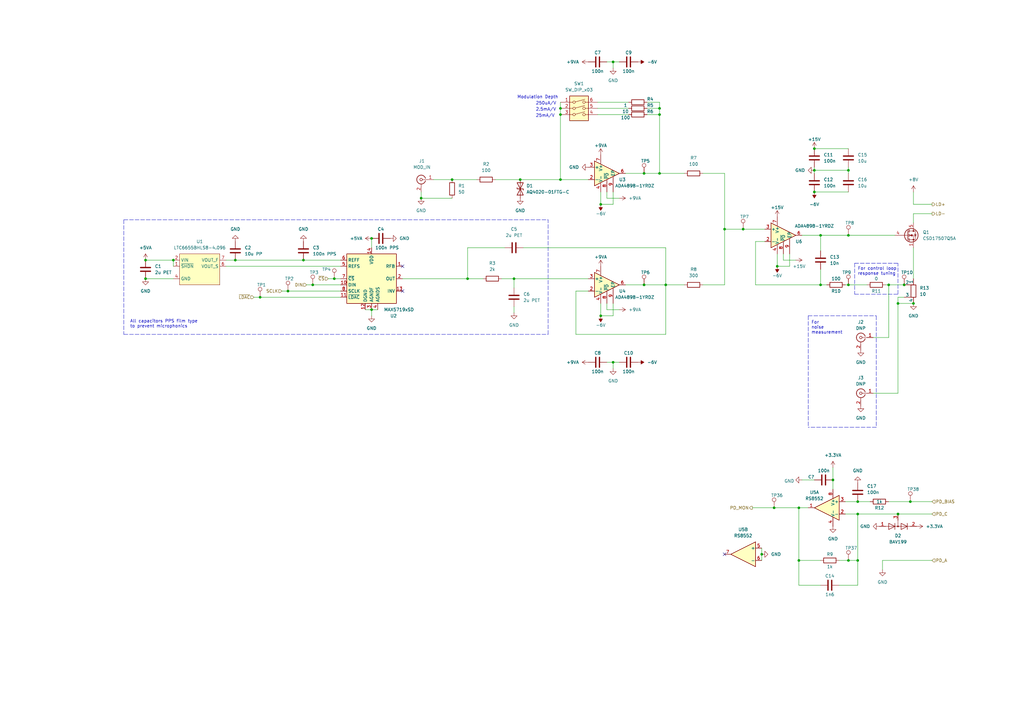
<source format=kicad_sch>
(kicad_sch (version 20211123) (generator eeschema)
  (paper "A3")
  (title_block (title "Kirdy") (date "2022-07-03") (rev "r0.1") (company "M-Labs") (comment 1 "Alex Wong Tat Hang"))
  (lib_symbols
    (symbol "Amplifier_Operational:ADA4898-1YRDZ" (pin_names (offset 0.127))
      (property "Reference" "U" (at 3.81 3.81 0))
      (property "Value" "ADA4898-1YRDZ" (at 11.43 -2.54 0))
      (symbol "ADA4898-1YRDZ_1_1"
        (polyline (pts (xy -5.08 5.08) (xy 5.08 0) (xy -5.08 -5.08) (xy -5.08 5.08)) (stroke (width 0.254)) (fill (type background)))
        (pin input line (at -7.62 -2.54 0) (length 2.54) (name "-") (number "2"))
        (pin input line (at -7.62 2.54 0) (length 2.54) (name "+") (number "3"))
        (pin power_in line (at -2.54 -7.62 90) (length 3.81) (name "V-") (number "4"))
        (pin output line (at 7.62 0 180) (length 2.54) (name "~") (number "6"))
        (pin power_in line (at -2.54 7.62 270) (length 3.81) (name "V+") (number "7"))
        (pin input line (at 0 -7.62 90) (length 5.08) (name "~{PD}") (number "8"))
        (pin passive line (at 2.54 -7.62 90) (length 6.35) (name "EP") (number "9"))
      )
    )
    (symbol "Analog_DAC:MAX5719xSD"
      (property "Reference" "U" (at -10.16 11.43 0))
      (property "Value" "MAX5719xSD" (at 1.27 11.43 0))
      (symbol "MAX5719xSD_0_1"
        (rectangle (start -10.16 10.16) (end 10.16 -10.16) (stroke (width 0.254)) (fill (type background)))
      )
      (symbol "MAX5719xSD_1_1"
        (pin passive line (at 12.7 5.08 180) (length 2.54) (name "RFB") (number "1"))
        (pin input line (at -12.7 -2.54 0) (length 2.54) (name "DIN") (number "10"))
        (pin input line (at -12.7 -7.62 0) (length 2.54) (name "~{LDAC}") (number "11"))
        (pin power_in line (at -2.54 -12.7 90) (length 2.54) (name "DGND") (number "12"))
        (pin passive line (at 12.7 -5.08 180) (length 2.54) (name "INV") (number "13"))
        (pin power_in line (at 0 12.7 270) (length 2.54) (name "VDD") (number "14"))
        (pin output line (at 12.7 0 180) (length 2.54) (name "OUT") (number "2"))
        (pin power_in line (at 0 -12.7 90) (length 2.54) (name "AGNDF") (number "3"))
        (pin power_in line (at 2.54 -12.7 90) (length 2.54) (name "AGNDS") (number "4"))
        (pin input line (at -12.7 5.08 0) (length 2.54) (name "REFS") (number "5"))
        (pin input line (at -12.7 7.62 0) (length 2.54) (name "REFF") (number "6"))
        (pin input line (at -12.7 0 0) (length 2.54) (name "~{CS}") (number "7"))
        (pin input line (at -12.7 -5.08 0) (length 2.54) (name "SCLK") (number "8"))
        (pin no_connect line (at 10.16 -7.62 180) (length 2.54) hide (name "NC") (number "9"))
      )
    )
    (symbol "Connector:Conn_Coaxial" (pin_names (offset 1.016) hide)
      (property "Reference" "J" (at 0.254 3.048 0))
      (property "Value" "Conn_Coaxial" (at 2.921 0 90))
      (symbol "Conn_Coaxial_0_1"
        (arc (start -1.778 -0.508) (mid 0.222 -1.808) (end 1.778 0) (stroke (width 0.254)))
        (polyline (pts (xy -2.54 0) (xy -0.508 0)))
        (polyline (pts (xy 0 -2.54) (xy 0 -1.778)))
        (circle (center 0 0) (radius 0.508) (stroke (width 0.2032)))
        (arc (start 1.778 0) (mid 0.222 1.8083) (end -1.778 0.508) (stroke (width 0.254)))
      )
      (symbol "Conn_Coaxial_1_1"
        (pin passive line (at -5.08 0 0) (length 2.54) (name "In") (number "1"))
        (pin passive line (at 0 -5.08 90) (length 2.54) (name "Ext") (number "2"))
      )
    )
    (symbol "Connector:TestPoint" (pin_numbers hide) (pin_names (offset 0.762) hide)
      (property "Reference" "TP" (at 0 6.858 0))
      (property "Value" "TestPoint" (at 0 5.08 0))
      (symbol "TestPoint_0_1"
        (circle (center 0 3.302) (radius 0.762))
      )
      (symbol "TestPoint_1_1"
        (pin passive line (at 0 0 90) (length 2.54) (name "1") (number "1"))
      )
    )
    (symbol "Device:C" (pin_numbers hide) (pin_names (offset 0.254))
      (property "Reference" "C" (at 0.635 2.54 0))
      (property "Value" "C" (at 0.635 -2.54 0))
      (symbol "C_0_1"
        (polyline (pts (xy -2.032 -0.762) (xy 2.032 -0.762)) (stroke (width 0.508)))
        (polyline (pts (xy -2.032 0.762) (xy 2.032 0.762)) (stroke (width 0.508)))
      )
      (symbol "C_1_1"
        (pin passive line (at 0 3.81 270) (length 2.794) (name "~") (number "1"))
        (pin passive line (at 0 -3.81 90) (length 2.794) (name "~") (number "2"))
      )
    )
    (symbol "Device:D_TVS" (pin_numbers hide) (pin_names (offset 1.016) hide)
      (property "Reference" "D" (at 0 2.54 0))
      (property "Value" "D_TVS" (at 0 -2.54 0))
      (symbol "D_TVS_0_1"
        (polyline (pts (xy 1.27 0) (xy -1.27 0)))
        (polyline (pts (xy 0.508 1.27) (xy 0 1.27) (xy 0 -1.27) (xy -0.508 -1.27)) (stroke (width 0.254)))
        (polyline (pts (xy -2.54 1.27) (xy -2.54 -1.27) (xy 2.54 1.27) (xy 2.54 -1.27) (xy -2.54 1.27)) (stroke (width 0.254)))
      )
      (symbol "D_TVS_1_1"
        (pin passive line (at -3.81 0 0) (length 2.54) (name "A1") (number "1"))
        (pin passive line (at 3.81 0 180) (length 2.54) (name "A2") (number "2"))
      )
    )
    (symbol "Device:R" (pin_numbers hide) (pin_names (offset 0))
      (property "Reference" "R" (at 2.032 0 90))
      (property "Value" "R" (at 0 0 90))
      (symbol "R_0_1"
        (rectangle (start -1.016 -2.54) (end 1.016 2.54) (stroke (width 0.254)))
      )
      (symbol "R_1_1"
        (pin passive line (at 0 3.81 270) (length 1.27) (name "~") (number "1"))
        (pin passive line (at 0 -3.81 90) (length 1.27) (name "~") (number "2"))
      )
    )
    (symbol "Device:R_Shunt" (pin_numbers hide) (pin_names (offset 0))
      (property "Reference" "R" (at -4.445 0 90))
      (property "Value" "R_Shunt" (at -2.54 0 90))
      (symbol "R_Shunt_0_1"
        (rectangle (start -1.016 -2.54) (end 1.016 2.54) (stroke (width 0.254)))
        (polyline (pts (xy 0 -2.54) (xy 1.27 -2.54)))
        (polyline (pts (xy 1.27 2.54) (xy 0 2.54)))
      )
      (symbol "R_Shunt_1_1"
        (pin passive line (at 0 5.08 270) (length 2.54) (name "1") (number "1"))
        (pin passive line (at 3.81 2.54 180) (length 2.54) (name "2") (number "2"))
        (pin passive line (at 3.81 -2.54 180) (length 2.54) (name "3") (number "3"))
        (pin passive line (at 0 -5.08 90) (length 2.54) (name "4") (number "4"))
      )
    )
    (symbol "Diode:BAV99" (pin_names hide)
      (property "Reference" "D" (at 0 5.08 0))
      (property "Value" "BAV99" (at 0 2.54 0))
      (symbol "BAV99_0_1"
        (polyline (pts (xy -5.08 0) (xy 5.08 0)))
      )
      (symbol "BAV99_1_1"
        (polyline (pts (xy 0 0) (xy 0 -2.54)))
        (polyline (pts (xy -1.27 -1.27) (xy -1.27 1.27) (xy -1.27 1.27)) (stroke (width 0.2032)))
        (polyline (pts (xy 3.81 1.27) (xy 3.81 -1.27) (xy 3.81 -1.27)) (stroke (width 0.2032)))
        (polyline (pts (xy -3.81 1.27) (xy -1.27 0) (xy -3.81 -1.27) (xy -3.81 1.27) (xy -3.81 1.27) (xy -3.81 1.27)) (stroke (width 0.2032)))
        (polyline (pts (xy 1.27 1.27) (xy 3.81 0) (xy 1.27 -1.27) (xy 1.27 1.27) (xy 1.27 1.27) (xy 1.27 1.27)) (stroke (width 0.2032)))
        (circle (center 0 0) (radius 0.254) (fill (type outline)))
        (pin passive line (at -7.62 0 0) (length 2.54) (name "K") (number "1"))
        (pin passive line (at 7.62 0 180) (length 2.54) (name "A") (number "2"))
        (pin passive line (at 0 -5.08 90) (length 2.54) (name "K") (number "3"))
      )
    )
    (symbol "Switch:SW_DIP_x03" (pin_names (offset 0) hide)
      (property "Reference" "SW" (at 0 8.89 0))
      (property "Value" "SW_DIP_x03" (at 0 -3.81 0))
      (symbol "SW_DIP_x03_0_0"
        (circle (center -2.032 0) (radius 0.508))
        (circle (center -2.032 2.54) (radius 0.508))
        (circle (center -2.032 5.08) (radius 0.508))
        (polyline (pts (xy -1.524 0.127) (xy 2.3622 1.1684)))
        (polyline (pts (xy -1.524 2.667) (xy 2.3622 3.7084)))
        (polyline (pts (xy -1.524 5.207) (xy 2.3622 6.2484)))
        (circle (center 2.032 0) (radius 0.508))
        (circle (center 2.032 2.54) (radius 0.508))
        (circle (center 2.032 5.08) (radius 0.508))
      )
      (symbol "SW_DIP_x03_0_1"
        (rectangle (start -3.81 7.62) (end 3.81 -2.54) (stroke (width 0.254)) (fill (type background)))
      )
      (symbol "SW_DIP_x03_1_1"
        (pin passive line (at -7.62 5.08 0) (length 5.08) (name "~") (number "1"))
        (pin passive line (at -7.62 2.54 0) (length 5.08) (name "~") (number "2"))
        (pin passive line (at -7.62 0 0) (length 5.08) (name "~") (number "3"))
        (pin passive line (at 7.62 0 180) (length 5.08) (name "~") (number "4"))
        (pin passive line (at 7.62 2.54 180) (length 5.08) (name "~") (number "5"))
        (pin passive line (at 7.62 5.08 180) (length 5.08) (name "~") (number "6"))
      )
    )
    (symbol "Transistor_FET:CSD17507Q5A" (pin_names hide)
      (property "Reference" "Q" (at 5.08 1.905 0))
      (property "Value" "CSD17507Q5A" (at 5.08 0 0))
      (symbol "CSD17507Q5A_0_1"
        (polyline (pts (xy 0.254 0) (xy -2.54 0)))
        (polyline (pts (xy 0.254 1.905) (xy 0.254 -1.905)) (stroke (width 0.254)))
        (polyline (pts (xy 0.762 -1.27) (xy 0.762 -2.286)) (stroke (width 0.254)))
        (polyline (pts (xy 0.762 0.508) (xy 0.762 -0.508)) (stroke (width 0.254)))
        (polyline (pts (xy 0.762 2.286) (xy 0.762 1.27)) (stroke (width 0.254)))
        (polyline (pts (xy 2.54 2.54) (xy 2.54 1.778)))
        (polyline (pts (xy 2.54 -2.54) (xy 2.54 0) (xy 0.762 0)))
        (polyline (pts (xy 0.762 -1.778) (xy 3.302 -1.778) (xy 3.302 1.778) (xy 0.762 1.778)))
        (polyline (pts (xy 1.016 0) (xy 2.032 0.381) (xy 2.032 -0.381) (xy 1.016 0)) (fill (type outline)))
        (polyline (pts (xy 2.794 0.508) (xy 2.921 0.381) (xy 3.683 0.381) (xy 3.81 0.254)))
        (polyline (pts (xy 3.302 0.381) (xy 2.921 -0.254) (xy 3.683 -0.254) (xy 3.302 0.381)))
        (circle (center 1.651 0) (radius 2.794) (stroke (width 0.254)))
        (circle (center 2.54 -1.778) (radius 0.254) (fill (type outline)))
        (circle (center 2.54 1.778) (radius 0.254) (fill (type outline)))
      )
      (symbol "CSD17507Q5A_1_1"
        (pin passive line (at 2.54 -5.08 90) (length 2.54) (name "S") (number "1"))
        (pin passive line (at 2.54 -5.08 90) (length 2.54) hide (name "S") (number "2"))
        (pin passive line (at 2.54 -5.08 90) (length 2.54) hide (name "S") (number "3"))
        (pin passive line (at -5.08 0 0) (length 2.54) (name "G") (number "4"))
        (pin passive line (at 2.54 5.08 270) (length 2.54) (name "D") (number "5"))
      )
    )
    (symbol "kirdy:LTC6655"
      (property "Reference" "U" (at 0 -10.16 0))
      (property "Value" "LTC6655" (at 0 -7.62 0))
      (symbol "LTC6655_0_0"
        (pin input line (at -10.16 2.54 0) (length 2.54) (name "~{SHDN}") (number "1"))
        (pin power_in line (at -10.16 5.08 0) (length 2.54) (name "VIN") (number "2"))
        (pin power_in line (at -10.16 -2.54 0) (length 2.54) hide (name "GND") (number "3"))
        (pin power_in line (at -10.16 -2.54 0) (length 2.54) (name "GND") (number "4"))
        (pin power_in line (at -10.16 -2.54 0) (length 2.54) hide (name "GND") (number "5"))
        (pin passive line (at 11.43 2.54 180) (length 2.54) (name "VOUT_S") (number "6"))
        (pin output line (at 11.43 5.08 180) (length 2.54) (name "VOUT_F") (number "7"))
        (pin power_in line (at -10.16 -2.54 0) (length 2.54) hide (name "GND") (number "8"))
      )
      (symbol "LTC6655_0_1"
        (rectangle (start -7.62 7.62) (end 8.89 -5.08) (fill (type background)))
      )
    )
    (symbol "kirdy:RS8552" (pin_names (offset 0.127))
      (property "Reference" "U" (at 0 5.08 0))
      (property "Value" "RS8552" (at 0 -5.08 0))
      (symbol "RS8552_1_1"
        (polyline (pts (xy -5.08 5.08) (xy 5.08 0) (xy -5.08 -5.08) (xy -5.08 5.08)) (stroke (width 0.254)) (fill (type background)))
        (pin output line (at 7.62 0 180) (length 2.54) (name "~") (number "1"))
        (pin input line (at -7.62 -2.54 0) (length 2.54) (name "-") (number "2"))
        (pin input line (at -7.62 2.54 0) (length 2.54) (name "+") (number "3"))
      )
      (symbol "RS8552_2_1"
        (polyline (pts (xy -5.08 5.08) (xy 5.08 0) (xy -5.08 -5.08) (xy -5.08 5.08)) (stroke (width 0.254)) (fill (type background)))
        (pin input line (at -7.62 2.54 0) (length 2.54) (name "+") (number "5"))
        (pin input line (at -7.62 -2.54 0) (length 2.54) (name "-") (number "6"))
        (pin output line (at 7.62 0 180) (length 2.54) (name "~") (number "7"))
      )
      (symbol "RS8552_3_1"
        (pin power_in line (at -2.54 -7.62 90) (length 3.81) (name "V-") (number "4"))
        (pin power_in line (at -2.54 7.62 270) (length 3.81) (name "V+") (number "8"))
      )
    )
    (symbol "power:+15V" (power) (pin_names (offset 0))
      (property "Value" "+15V" (at 0 3.556 0))
      (symbol "+15V_0_1"
        (polyline (pts (xy -0.762 1.27) (xy 0 2.54)))
        (polyline (pts (xy 0 0) (xy 0 2.54)))
        (polyline (pts (xy 0 2.54) (xy 0.762 1.27)))
      )
      (symbol "+15V_1_1"
        (pin power_in line (at 0 0 90) (length 0) hide (name "+15V") (number "1"))
      )
    )
    (symbol "power:+3.3VA" (power) (pin_names (offset 0))
      (property "Value" "+3.3VA" (at 0 3.556 0))
      (symbol "+3.3VA_0_1"
        (polyline (pts (xy -0.762 1.27) (xy 0 2.54)))
        (polyline (pts (xy 0 0) (xy 0 2.54)))
        (polyline (pts (xy 0 2.54) (xy 0.762 1.27)))
      )
      (symbol "+3.3VA_1_1"
        (pin power_in line (at 0 0 90) (length 0) hide (name "+3.3VA") (number "1"))
      )
    )
    (symbol "power:+5VA" (power) (pin_names (offset 0))
      (property "Value" "+5VA" (at 0 3.556 0))
      (symbol "+5VA_0_1"
        (polyline (pts (xy -0.762 1.27) (xy 0 2.54)))
        (polyline (pts (xy 0 0) (xy 0 2.54)))
        (polyline (pts (xy 0 2.54) (xy 0.762 1.27)))
      )
      (symbol "+5VA_1_1"
        (pin power_in line (at 0 0 90) (length 0) hide (name "+5VA") (number "1"))
      )
    )
    (symbol "power:+8V" (power) (pin_names (offset 0))
      (property "Value" "+8V" (at 0 3.556 0))
      (symbol "+8V_0_1"
        (polyline (pts (xy -0.762 1.27) (xy 0 2.54)))
        (polyline (pts (xy 0 0) (xy 0 2.54)))
        (polyline (pts (xy 0 2.54) (xy 0.762 1.27)))
      )
      (symbol "+8V_1_1"
        (pin power_in line (at 0 0 90) (length 0) hide (name "+8V") (number "1"))
      )
    )
    (symbol "power:+9VA" (power) (pin_names (offset 0))
      (property "Value" "+9VA" (at 0 3.81 0))
      (symbol "+9VA_0_1"
        (polyline (pts (xy -0.762 1.27) (xy 0 2.54)))
        (polyline (pts (xy 0 0) (xy 0 2.54)))
        (polyline (pts (xy 0 2.54) (xy 0.762 1.27)))
      )
      (symbol "+9VA_1_1"
        (pin power_in line (at 0 0 90) (length 0) hide (name "+9VA") (number "1"))
      )
    )
    (symbol "power:-6V" (power) (pin_names (offset 0))
      (property "Value" "-6V" (at 0 3.81 0))
      (symbol "-6V_0_0"
        (pin power_in line (at 0 0 90) (length 0) hide (name "-6V") (number "1"))
      )
      (symbol "-6V_0_1"
        (polyline (pts (xy 0 0) (xy 0 1.27) (xy 0.762 1.27) (xy 0 2.54) (xy -0.762 1.27) (xy 0 1.27)) (fill (type outline)))
      )
    )
    (symbol "power:GND" (power) (pin_names (offset 0))
      (property "Value" "GND" (at 0 -3.81 0))
      (symbol "GND_0_1"
        (polyline (pts (xy 0 0) (xy 0 -1.27) (xy 1.27 -1.27) (xy 0 -2.54) (xy -1.27 -1.27) (xy 0 -1.27)))
      )
      (symbol "GND_1_1"
        (pin power_in line (at 0 0 270) (length 0) hide (name "GND") (number "1"))
      )
    )
  )
  (junction (at 229.87 46.99))
  (junction (at 270.51 71.12))
  (junction (at 318.77 109.22))
  (junction (at 229.87 44.45))
  (junction (at 370.84 116.84))
  (junction (at 334.01 69.85))
  (junction (at 347.98 229.87))
  (junction (at 351.79 205.74))
  (junction (at 152.4 97.79))
  (junction (at 347.98 96.52))
  (junction (at 336.55 96.52))
  (junction (at 347.98 116.84))
  (junction (at 251.46 25.4))
  (junction (at 213.36 73.66))
  (junction (at 351.79 229.87))
  (junction (at 364.49 116.84))
  (junction (at 251.46 148.59))
  (junction (at 334.01 60.96))
  (junction (at 185.42 73.66))
  (junction (at 246.38 129.54))
  (junction (at 128.27 116.84))
  (junction (at 273.05 116.84))
  (junction (at 246.38 83.82))
  (junction (at 264.16 116.84))
  (junction (at 336.55 116.84))
  (junction (at 191.77 114.3))
  (junction (at 373.38 205.74))
  (junction (at 327.66 208.28))
  (junction (at 312.42 227.33))
  (junction (at 351.79 210.82))
  (junction (at 210.82 114.3))
  (junction (at 96.52 106.68))
  (junction (at 347.98 69.85))
  (junction (at 317.5 208.28))
  (junction (at 71.12 106.68))
  (junction (at 374.65 124.46))
  (junction (at 334.01 78.74))
  (junction (at 304.8 93.98))
  (junction (at 270.51 46.99))
  (junction (at 124.46 106.68))
  (junction (at 368.3 210.82))
  (junction (at 59.69 114.3))
  (junction (at 327.66 229.87))
  (junction (at 118.11 119.38))
  (junction (at 368.3 124.46))
  (junction (at 341.63 196.85))
  (junction (at 106.68 121.92))
  (junction (at 152.4 127))
  (junction (at 137.1211 114.3))
  (junction (at 264.16 71.12))
  (junction (at 270.51 44.45))
  (junction (at 172.72 81.28))
  (junction (at 59.69 106.68))
  (junction (at 229.87 73.66))
  (junction (at 297.18 93.98))
  (no_connect (at 165.1 119.38))
  (no_connect (at 297.18 227.33))
  (no_connect (at 165.1 109.22))
  (wire (pts (xy 210.82 125.73) (xy 210.82 128.27)))
  (wire (pts (xy 137.1211 114.3) (xy 139.7 114.3)))
  (polyline (pts (xy 331.47 129.54) (xy 331.47 175.26)))
  (wire (pts (xy 308.61 208.28) (xy 317.5 208.28)))
  (wire (pts (xy 71.12 106.68) (xy 71.12 109.22)))
  (wire (pts (xy 172.72 81.28) (xy 185.42 81.28)))
  (wire (pts (xy 273.05 116.84) (xy 280.67 116.84)))
  (wire (pts (xy 368.3 210.82) (xy 382.27 210.82)))
  (wire (pts (xy 364.49 116.84) (xy 370.84 116.84)))
  (wire (pts (xy 336.55 96.52) (xy 347.98 96.52)))
  (wire (pts (xy 347.98 229.87) (xy 351.79 229.87)))
  (wire (pts (xy 351.79 229.87) (xy 351.79 210.82)))
  (wire (pts (xy 334.01 69.85) (xy 334.01 71.12)))
  (wire (pts (xy 374.65 91.44) (xy 374.65 87.63)))
  (wire (pts (xy 214.63 101.6) (xy 273.05 101.6)))
  (wire (pts (xy 172.72 81.28) (xy 172.72 78.74)))
  (wire (pts (xy 336.55 96.52) (xy 336.55 102.87)))
  (wire (pts (xy 328.93 96.52) (xy 336.55 96.52)))
  (wire (pts (xy 248.92 127) (xy 254 127)))
  (wire (pts (xy 213.36 73.66) (xy 229.87 73.66)))
  (wire (pts (xy 288.29 116.84) (xy 297.18 116.84)))
  (wire (pts (xy 185.42 73.66) (xy 195.58 73.66)))
  (wire (pts (xy 347.98 116.84) (xy 355.6 116.84)))
  (wire (pts (xy 177.8 73.66) (xy 185.42 73.66)))
  (polyline (pts (xy 350.52 120.65) (xy 368.3 120.65)))
  (wire (pts (xy 115.57 119.38) (xy 118.11 119.38)))
  (wire (pts (xy 118.11 119.38) (xy 139.7 119.38)))
  (wire (pts (xy 270.51 41.91) (xy 270.51 44.45)))
  (wire (pts (xy 270.51 46.99) (xy 270.51 71.12)))
  (wire (pts (xy 203.2 73.66) (xy 213.36 73.66)))
  (wire (pts (xy 358.14 138.43) (xy 364.49 138.43)))
  (wire (pts (xy 361.95 229.87) (xy 382.27 229.87)))
  (wire (pts (xy 368.3 161.29) (xy 358.14 161.29)))
  (wire (pts (xy 321.31 106.68) (xy 326.39 106.68)))
  (polyline (pts (xy 350.52 107.95) (xy 368.3 107.95)))
  (wire (pts (xy 368.3 121.92) (xy 368.3 124.46)))
  (wire (pts (xy 327.66 229.87) (xy 327.66 208.28)))
  (wire (pts (xy 96.52 106.68) (xy 124.46 106.68)))
  (wire (pts (xy 125.73 116.84) (xy 128.27 116.84)))
  (wire (pts (xy 270.51 71.12) (xy 280.67 71.12)))
  (wire (pts (xy 251.46 25.4) (xy 251.46 27.94)))
  (wire (pts (xy 265.43 46.99) (xy 270.51 46.99)))
  (polyline (pts (xy 331.47 129.54) (xy 359.41 129.54)))
  (wire (pts (xy 134.62 114.3) (xy 137.1211 114.3)))
  (wire (pts (xy 210.82 114.3) (xy 241.3 114.3)))
  (wire (pts (xy 256.54 116.84) (xy 264.16 116.84)))
  (wire (pts (xy 368.3 124.46) (xy 368.3 161.29)))
  (wire (pts (xy 205.74 114.3) (xy 210.82 114.3)))
  (wire (pts (xy 245.11 46.99) (xy 257.81 46.99)))
  (wire (pts (xy 273.05 137.16) (xy 273.05 116.84)))
  (wire (pts (xy 336.55 240.03) (xy 327.66 240.03)))
  (wire (pts (xy 374.65 87.63) (xy 382.27 87.63)))
  (wire (pts (xy 92.71 109.22) (xy 139.7 109.22)))
  (wire (pts (xy 347.98 69.85) (xy 334.01 69.85)))
  (wire (pts (xy 251.46 25.4) (xy 254 25.4)))
  (wire (pts (xy 236.22 119.38) (xy 236.22 137.16)))
  (wire (pts (xy 251.46 83.82) (xy 251.46 78.74)))
  (wire (pts (xy 246.38 78.74) (xy 246.38 83.82)))
  (wire (pts (xy 251.46 129.54) (xy 251.46 124.46)))
  (wire (pts (xy 191.77 101.6) (xy 191.77 114.3)))
  (wire (pts (xy 106.68 121.92) (xy 139.7 121.92)))
  (wire (pts (xy 373.38 205.74) (xy 382.27 205.74)))
  (wire (pts (xy 207.01 101.6) (xy 191.77 101.6)))
  (polyline (pts (xy 50.8 90.17) (xy 224.79 90.17)))
  (wire (pts (xy 264.16 71.12) (xy 270.51 71.12)))
  (wire (pts (xy 265.43 41.91) (xy 270.51 41.91)))
  (wire (pts (xy 361.95 233.68) (xy 361.95 229.87)))
  (wire (pts (xy 251.46 148.59) (xy 254 148.59)))
  (wire (pts (xy 297.18 93.98) (xy 304.8 93.98)))
  (wire (pts (xy 248.92 78.74) (xy 248.92 81.28)))
  (wire (pts (xy 246.38 83.82) (xy 251.46 83.82)))
  (wire (pts (xy 248.92 148.59) (xy 251.46 148.59)))
  (wire (pts (xy 297.18 71.12) (xy 297.18 93.98)))
  (wire (pts (xy 318.77 109.22) (xy 323.85 109.22)))
  (wire (pts (xy 248.92 25.4) (xy 251.46 25.4)))
  (polyline (pts (xy 368.3 120.65) (xy 368.3 107.95)))
  (wire (pts (xy 368.3 121.92) (xy 370.84 121.92)))
  (wire (pts (xy 317.5 208.28) (xy 327.66 208.28)))
  (wire (pts (xy 344.17 229.87) (xy 347.98 229.87)))
  (wire (pts (xy 92.71 106.68) (xy 96.52 106.68)))
  (wire (pts (xy 364.49 138.43) (xy 364.49 116.84)))
  (wire (pts (xy 236.22 137.16) (xy 273.05 137.16)))
  (wire (pts (xy 346.71 116.84) (xy 347.98 116.84)))
  (wire (pts (xy 248.92 124.46) (xy 248.92 127)))
  (wire (pts (xy 165.1 114.3) (xy 191.77 114.3)))
  (wire (pts (xy 124.46 106.68) (xy 139.7 106.68)))
  (wire (pts (xy 364.49 205.74) (xy 373.38 205.74)))
  (wire (pts (xy 363.22 116.84) (xy 364.49 116.84)))
  (wire (pts (xy 256.54 71.12) (xy 264.16 71.12)))
  (wire (pts (xy 288.29 71.12) (xy 297.18 71.12)))
  (wire (pts (xy 265.43 44.45) (xy 270.51 44.45)))
  (wire (pts (xy 59.69 106.68) (xy 71.12 106.68)))
  (wire (pts (xy 341.63 191.77) (xy 341.63 196.85)))
  (wire (pts (xy 59.69 114.3) (xy 71.12 114.3)))
  (wire (pts (xy 346.71 205.74) (xy 351.79 205.74)))
  (wire (pts (xy 229.87 41.91) (xy 229.87 44.45)))
  (wire (pts (xy 246.38 129.54) (xy 251.46 129.54)))
  (wire (pts (xy 318.77 104.14) (xy 318.77 109.22)))
  (wire (pts (xy 347.98 96.52) (xy 367.03 96.52)))
  (wire (pts (xy 264.16 116.84) (xy 273.05 116.84)))
  (polyline (pts (xy 359.41 175.26) (xy 331.47 175.26)))
  (polyline (pts (xy 50.8 90.17) (xy 50.8 137.16)))
  (wire (pts (xy 309.88 116.84) (xy 309.88 99.06)))
  (wire (pts (xy 327.66 240.03) (xy 327.66 229.87)))
  (wire (pts (xy 152.4 97.79) (xy 152.4 101.6)))
  (wire (pts (xy 321.31 104.14) (xy 321.31 106.68)))
  (wire (pts (xy 327.66 229.87) (xy 336.55 229.87)))
  (polyline (pts (xy 350.52 107.95) (xy 350.52 120.65)))
  (wire (pts (xy 351.79 205.74) (xy 356.87 205.74)))
  (wire (pts (xy 312.42 224.79) (xy 312.42 227.33)))
  (wire (pts (xy 374.65 83.82) (xy 382.27 83.82)))
  (wire (pts (xy 336.55 116.84) (xy 309.88 116.84)))
  (wire (pts (xy 297.18 116.84) (xy 297.18 93.98)))
  (polyline (pts (xy 359.41 129.54) (xy 359.41 175.26)))
  (wire (pts (xy 229.87 44.45) (xy 229.87 46.99)))
  (wire (pts (xy 149.86 127) (xy 152.4 127)))
  (wire (pts (xy 312.42 227.33) (xy 312.42 229.87)))
  (wire (pts (xy 104.14 121.92) (xy 106.68 121.92)))
  (wire (pts (xy 304.8 93.98) (xy 313.69 93.98)))
  (wire (pts (xy 191.77 114.3) (xy 198.12 114.3)))
  (wire (pts (xy 248.92 81.28) (xy 254 81.28)))
  (polyline (pts (xy 50.8 137.16) (xy 224.79 137.16)))
  (wire (pts (xy 328.93 196.85) (xy 334.01 196.85)))
  (wire (pts (xy 344.17 240.03) (xy 351.79 240.03)))
  (wire (pts (xy 246.38 124.46) (xy 246.38 129.54)))
  (wire (pts (xy 341.63 196.85) (xy 341.63 200.66)))
  (wire (pts (xy 346.71 210.82) (xy 351.79 210.82)))
  (wire (pts (xy 351.79 240.03) (xy 351.79 229.87)))
  (wire (pts (xy 229.87 46.99) (xy 229.87 73.66)))
  (wire (pts (xy 245.11 44.45) (xy 257.81 44.45)))
  (wire (pts (xy 327.66 208.28) (xy 331.47 208.28)))
  (wire (pts (xy 347.98 68.58) (xy 347.98 69.85)))
  (wire (pts (xy 374.65 78.74) (xy 374.65 83.82)))
  (wire (pts (xy 128.27 116.84) (xy 139.7 116.84)))
  (wire (pts (xy 152.4 127) (xy 152.4 129.54)))
  (wire (pts (xy 273.05 101.6) (xy 273.05 116.84)))
  (wire (pts (xy 347.98 69.85) (xy 347.98 71.12)))
  (wire (pts (xy 210.82 114.3) (xy 210.82 118.11)))
  (wire (pts (xy 368.3 124.46) (xy 374.65 124.46)))
  (wire (pts (xy 241.3 119.38) (xy 236.22 119.38)))
  (wire (pts (xy 334.01 68.58) (xy 334.01 69.85)))
  (wire (pts (xy 334.01 60.96) (xy 347.98 60.96)))
  (wire (pts (xy 351.79 210.82) (xy 368.3 210.82)))
  (wire (pts (xy 336.55 116.84) (xy 339.09 116.84)))
  (wire (pts (xy 334.01 78.74) (xy 347.98 78.74)))
  (wire (pts (xy 374.65 101.6) (xy 374.65 114.3)))
  (wire (pts (xy 323.85 109.22) (xy 323.85 104.14)))
  (wire (pts (xy 229.87 73.66) (xy 241.3 73.66)))
  (wire (pts (xy 336.55 110.49) (xy 336.55 116.84)))
  (wire (pts (xy 251.46 148.59) (xy 251.46 151.13)))
  (polyline (pts (xy 224.79 137.16) (xy 224.79 90.17)))
  (wire (pts (xy 245.11 41.91) (xy 257.81 41.91)))
  (wire (pts (xy 270.51 44.45) (xy 270.51 46.99)))
  (wire (pts (xy 152.4 127) (xy 154.94 127)))
  (wire (pts (xy 309.88 99.06) (xy 313.69 99.06)))
  (text "250uA/V" (at 219.71 43.18 0) (effects (font (size 1.27 1.27)) (justify left bottom)))
  (text "All capacitors PPS film type\nto prevent microphonics " (at 53.34 134.62 0) (effects (font (size 1.27 1.27)) (justify left bottom)))
  (text "For\nnoise\nmeasurement" (at 332.74 137.16 0) (effects (font (size 1.27 1.27)) (justify left bottom)))
  (text "2.5mA/V" (at 219.71 45.72 0) (effects (font (size 1.27 1.27)) (justify left bottom)))
  (text "For control loop\nresponse tuning" (at 351.79 113.03 0) (effects (font (size 1.27 1.27)) (justify left bottom)))
  (text "25mA/V" (at 219.71 48.26 0) (effects (font (size 1.27 1.27)) (justify left bottom)))
  (text "Modulation Depth" (at 212.09 40.64 0) (effects (font (size 1.27 1.27)) (justify left bottom)))
  (hierarchical_label "~{LDAC}" (shape input) (at 104.14 121.92 180))
  (hierarchical_label "PD_BIAS" (shape input) (at 382.27 205.74 0))
  (hierarchical_label "LD+" (shape output) (at 382.27 83.82 0))
  (hierarchical_label "SCLK" (shape input) (at 115.57 119.38 180))
  (hierarchical_label "PD_MON" (shape output) (at 308.61 208.28 180))
  (hierarchical_label "PD_C" (shape input) (at 382.27 210.82 0))
  (hierarchical_label "PD_A" (shape input) (at 382.27 229.87 0))
  (hierarchical_label "DIN" (shape input) (at 125.73 116.84 180))
  (hierarchical_label "LD-" (shape output) (at 382.27 87.63 0))
  (hierarchical_label "~{CS}" (shape input) (at 134.62 114.3 180))
  (symbol (lib_id "Connector:TestPoint") (at 370.84 116.84 0) (unit 1)
    (property "Reference" "TP10" (at 369.57 111.76 0) (effects (justify left)))
    (property "Value" "TestPoint" (effects hide))
    (property "Footprint" "TestPoint:TestPoint_Pad_2.0x2.0mm" (effects hide))
  )
  (symbol (lib_id "Device:R") (at 261.62 46.99 90) (unit 1)
    (property "Reference" "R6" (at 266.7 45.72 90))
    (property "Value" "100" (at 256.54 48.26 90))
    (property "Footprint" "Resistor_SMD:R_0603_1608Metric" (effects hide))
    (property "MFR_PN" "WR06X1000FTL" (effects hide))
    (property "MFR_PN_ALT" "RMCF0603FT100R" (effects hide))
  )
  (symbol (lib_id "Device:C") (at 351.79 201.93 0) (unit 1)
    (property "Reference" "C17" (at 355.6 199.39 0) (effects (justify left)))
    (property "Value" "100n" (at 355.6 201.93 0) (effects (justify left)))
    (property "Footprint" "Capacitor_SMD:C_0603_1608Metric" (effects hide))
    (property "MFR_PN" "CL10B104KB8NNWC" (effects hide))
    (property "MFR_PN_ALT" "CL10B104KB8NNNL" (effects hide))
  )
  (symbol (lib_id "Diode:BAV99") (at 368.3 215.9 0) (mirror x) (unit 1)
    (property "Reference" "D2" (at 368.3 219.71 0))
    (property "Value" "BAV199" (at 368.3 222.25 0))
    (property "Footprint" "Package_TO_SOT_SMD:SOT-23" (effects hide))
    (property "Datasheet" "https://assets.nexperia.com/documents/data-sheet/BAV99_SER.pdf" (effects hide))
    (property "MFR_PN" "BAV199W-7" (effects hide))
    (property "MFR_PN_ALT" "BAV199E6327HTSA1" (effects hide))
  )
  (symbol (lib_id "Connector:TestPoint") (at 137.1211 114.3 0) (unit 1)
    (property "Reference" "TP4" (at 132.08 110.49 0) (effects (justify left)))
    (property "Value" "TestPoint" (effects hide))
    (property "Footprint" "TestPoint:TestPoint_Pad_2.0x2.0mm" (effects hide))
  )
  (symbol (lib_id "power:GND") (at 328.93 196.85 270) (unit 1)
    (property "Reference" "#PWR?" (effects hide))
    (property "Value" "GND" (at 325.7551 197.2838 90) (effects (justify right)))
  )
  (symbol (lib_id "power:GND") (at 360.68 215.9 270) (unit 1)
    (property "Reference" "#PWR036" (effects hide))
    (property "Value" "GND" (at 356.87 215.8999 90) (effects (justify right)))
  )
  (symbol (lib_id "Connector:Conn_Coaxial") (at 353.06 161.29 0) (mirror y) (unit 1)
    (property "Reference" "J3" (at 353.06 154.94 0))
    (property "Value" "DNP" (at 353.06 157.48 0))
    (property "Footprint" "Connector_Coaxial:U.FL_Hirose_U.FL-R-SMT-1_Vertical" (effects hide))
    (property "Datasheet" " ~" (effects hide))
    (property "MFR_PN" "U.FL-R-SMT-1(01)" (effects hide))
    (property "MFR_PN_ALT" "U.FL-R-SMT(10)" (effects hide))
  )
  (symbol (lib_id "power:-6V") (at 261.62 25.4 270) (unit 1)
    (property "Reference" "#PWR022" (effects hide))
    (property "Value" "-6V" (at 265.43 25.3999 90) (effects (justify left)))
  )
  (symbol (lib_id "Device:C") (at 210.82 101.6 90) (unit 1)
    (property "Reference" "C5" (at 210.82 93.98 90))
    (property "Value" "2u PET" (at 210.82 96.52 90))
    (property "Footprint" "Capacitor_SMD:C_1812_4532Metric" (effects hide))
    (property "MFR_PN" "35MU225MC14532" (effects hide))
  )
  (symbol (lib_id "power:+15V") (at 334.01 60.96 0) (unit 1)
    (property "Reference" "#PWR028" (effects hide))
    (property "Value" "+15V" (at 334.01 57.15 0))
  )
  (symbol (lib_id "Device:R") (at 359.41 116.84 90) (unit 1)
    (property "Reference" "R11" (at 359.41 119.38 90))
    (property "Value" "0" (at 359.41 114.3 90))
    (property "Footprint" "Resistor_SMD:R_0603_1608Metric" (effects hide))
    (property "MFR_PN" "RMCF0603ZT0R00" (effects hide))
    (property "MFR_PN_ALT" "CR0603-J/-000ELF" (effects hide))
  )
  (symbol (lib_id "power:-6V") (at 261.62 148.59 270) (unit 1)
    (property "Reference" "#PWR023" (effects hide))
    (property "Value" "-6V" (at 265.43 148.5899 90) (effects (justify left)))
  )
  (symbol (lib_id "Device:C") (at 257.81 25.4 90) (unit 1)
    (property "Reference" "C9" (at 257.81 21.59 90))
    (property "Value" "100n" (at 257.81 29.21 90))
    (property "Footprint" "Capacitor_SMD:C_0603_1608Metric" (effects hide))
    (property "MFR_PN" "CL10B104KB8NNWC" (effects hide))
    (property "MFR_PN_ALT" "CL10B104KB8NNNL" (effects hide))
  )
  (symbol (lib_id "Connector:TestPoint") (at 304.8 93.98 0) (unit 1)
    (property "Reference" "TP7" (at 303.53 88.9 0) (effects (justify left)))
    (property "Value" "TestPoint" (effects hide))
    (property "Footprint" "TestPoint:TestPoint_Pad_2.0x2.0mm" (effects hide))
  )
  (symbol (lib_id "power:GND") (at 351.79 198.12 180) (unit 1)
    (property "Reference" "#PWR033" (effects hide))
    (property "Value" "GND" (at 351.79 193.04 0))
  )
  (symbol (lib_id "Connector:TestPoint") (at 106.68 121.92 0) (unit 1)
    (property "Reference" "TP1" (at 105.41 116.84 0) (effects (justify left)))
    (property "Value" "TestPoint" (effects hide))
    (property "Footprint" "TestPoint:TestPoint_Pad_2.0x2.0mm" (effects hide))
  )
  (symbol (lib_id "power:+5VA") (at 59.69 106.68 0) (unit 1)
    (property "Reference" "#PWR01" (effects hide))
    (property "Value" "+5VA" (at 59.69 101.6 0))
  )
  (symbol (lib_id "Device:C") (at 347.98 74.93 0) (unit 1)
    (property "Reference" "C16" (at 351.79 73.6599 0) (effects (justify left)))
    (property "Value" "10u" (at 351.79 76.1999 0) (effects (justify left)))
    (property "Footprint" "Capacitor_SMD:C_0805_2012Metric" (effects hide))
    (property "MFR_PN" "CL21B106KOQNNNG" (effects hide))
    (property "MFR_PN_ALT" "CL21B106KOQNNNE" (effects hide))
  )
  (symbol (lib_id "Device:C") (at 96.52 102.87 0) (unit 1)
    (property "Reference" "C2" (at 100.33 101.5999 0) (effects (justify left)))
    (property "Value" "10u PP" (at 100.33 104.1399 0) (effects (justify left)))
    (property "Footprint" "Capacitor_SMD:C_1812_4532Metric" (effects hide))
    (property "MFR_PN" "16MU106MC44532" (effects hide))
  )
  (symbol (lib_id "Connector:TestPoint") (at 347.98 116.84 0) (unit 1)
    (property "Reference" "TP9" (at 345.44 111.76 0) (effects (justify left)))
    (property "Value" "TestPoint" (effects hide))
    (property "Footprint" "TestPoint:TestPoint_Pad_2.0x2.0mm" (effects hide))
  )
  (symbol (lib_id "Device:R") (at 342.9 116.84 90) (unit 1)
    (property "Reference" "R10" (at 342.9 119.38 90))
    (property "Value" "100" (at 342.9 114.3 90))
    (property "Footprint" "Resistor_SMD:R_0603_1608Metric" (effects hide))
    (property "MFR_PN" "WR06X1000FTL" (effects hide))
    (property "MFR_PN_ALT" "RMCF0603FT100R" (effects hide))
  )
  (symbol (lib_id "power:GND") (at 152.4 129.54 0) (unit 1)
    (property "Reference" "#PWR06" (effects hide))
    (property "Value" "GND" (at 152.4 134.62 0))
  )
  (symbol (lib_id "Amplifier_Operational:ADA4898-1YRDZ") (at 321.31 96.52 0) (unit 1)
    (property "Reference" "U6" (at 327.66 99.06 0))
    (property "Value" "ADA4898-1YRDZ" (at 334.01 92.71 0))
    (property "Footprint" "Package_SO:SOIC-8-1EP_3.9x4.9mm_P1.27mm_EP2.29x3mm" (effects hide))
    (property "Datasheet" "https://www.analog.com/media/en/technical-documentation/data-sheets/ada4898-1_4898-2.pdf" (effects hide))
    (property "MFR_PN" "ADA4898-1YRDZ" (effects hide))
  )
  (symbol (lib_id "Device:C") (at 336.55 106.68 0) (unit 1)
    (property "Reference" "C13" (at 340.36 105.4099 0) (effects (justify left)))
    (property "Value" "10n" (at 340.36 107.9499 0) (effects (justify left)))
    (property "Footprint" "Capacitor_SMD:C_0603_1608Metric" (effects hide))
    (property "MFR_PN" "0603B103K500CT" (effects hide))
    (property "MFR_PN_ALT" "CL10B103KB8NNNC" (effects hide))
  )
  (symbol (lib_id "Connector:TestPoint") (at 373.38 205.74 0) (unit 1)
    (property "Reference" "TP38" (at 372.11 200.66 0) (effects (justify left)))
    (property "Value" "TestPoint" (effects hide))
    (property "Footprint" "TestPoint:TestPoint_Pad_2.0x2.0mm" (effects hide))
  )
  (symbol (lib_id "Device:R") (at 284.48 116.84 90) (unit 1)
    (property "Reference" "R8" (at 284.48 110.49 90))
    (property "Value" "300" (at 284.48 113.03 90))
    (property "Footprint" "Resistor_SMD:R_0603_1608Metric" (effects hide))
    (property "MFR_PN" "RT0603FRE07300RL" (effects hide))
    (property "MFR_PN_ALT" "RC0603FR-10300RL" (effects hide))
  )
  (symbol (lib_id "power:GND") (at 160.02 97.79 90) (unit 1)
    (property "Reference" "#PWR07" (effects hide))
    (property "Value" "GND" (at 163.83 97.7899 90) (effects (justify right)))
  )
  (symbol (lib_id "power:GND") (at 59.69 114.3 0) (unit 1)
    (property "Reference" "#PWR02" (effects hide))
    (property "Value" "GND" (at 59.69 119.38 0))
  )
  (symbol (lib_id "kirdy:RS8552") (at 304.8 227.33 0) (mirror y) (unit 2)
    (property "Reference" "U5" (at 304.8 217.17 0))
    (property "Value" "RS8552" (at 304.8 219.71 0))
    (property "Footprint" "Package_SO:SOIC-8_3.9x4.9mm_P1.27mm" (effects hide))
    (property "Datasheet" "https://datasheet.lcsc.com/lcsc/2010160333_Jiangsu-RUNIC-Tech-RS8554XP_C236997.pdf" (effects hide))
    (property "MFR_PN" "RS8552XK" (effects hide))
  )
  (symbol (lib_id "kirdy:RS8552") (at 339.09 208.28 0) (mirror y) (unit 1)
    (property "Reference" "U5" (at 334.01 201.93 0))
    (property "Value" "RS8552" (at 334.01 204.47 0))
    (property "Footprint" "Package_SO:SOIC-8_3.9x4.9mm_P1.27mm" (effects hide))
    (property "Datasheet" "https://datasheet.lcsc.com/lcsc/2010160333_Jiangsu-RUNIC-Tech-RS8554XP_C236997.pdf" (effects hide))
    (property "MFR_PN" "RS8552XK" (effects hide))
  )
  (symbol (lib_id "Connector:TestPoint") (at 347.98 229.87 0) (unit 1)
    (property "Reference" "TP37" (at 346.71 224.79 0) (effects (justify left)))
    (property "Value" "TestPoint" (effects hide))
    (property "Footprint" "TestPoint:TestPoint_Pad_2.0x2.0mm" (effects hide))
  )
  (symbol (lib_id "power:GND") (at 96.52 99.06 180) (unit 1)
    (property "Reference" "#PWR03" (effects hide))
    (property "Value" "GND" (at 96.52 93.98 0))
  )
  (symbol (lib_id "Device:C") (at 340.36 240.03 90) (unit 1)
    (property "Reference" "C14" (at 340.36 236.22 90))
    (property "Value" "1n6" (at 340.36 243.84 90))
    (property "Footprint" "Capacitor_SMD:C_0603_1608Metric" (effects hide))
    (property "MFR_PN" "GCM1885C1H162FA16D" (effects hide))
    (property "MFR_PN_ALT" "C0603C162J5GAC7867" (effects hide))
  )
  (symbol (lib_id "Device:R") (at 360.68 205.74 90) (unit 1)
    (property "Reference" "R12" (at 360.68 208.28 90))
    (property "Value" "1k" (at 360.68 205.74 90))
    (property "Footprint" "Resistor_SMD:R_0603_1608Metric" (effects hide))
    (property "MFR_PN" "RNCP0603FTD1K00" (effects hide))
    (property "MFR_PN_ALT" "WR06X1001FTL" (effects hide))
  )
  (symbol (lib_id "Switch:SW_DIP_x03") (at 237.49 46.99 0) (unit 1)
    (property "Reference" "SW1" (at 237.49 34.29 0))
    (property "Value" "SW_DIP_x03" (at 237.49 36.83 0))
    (property "Footprint" "Button_Switch_SMD:SW_DIP_SPSTx03_Slide_Omron_A6S-310x_W8.9mm_P2.54mm" (effects hide))
    (property "MFR_PN" "A6SN-3104" (effects hide))
    (property "MFR_PN_ALT" "A6S-3102" (effects hide))
  )
  (symbol (lib_id "Amplifier_Operational:ADA4898-1YRDZ") (at 248.92 116.84 0) (unit 1)
    (property "Reference" "U4" (at 255.27 119.38 0))
    (property "Value" "ADA4898-1YRDZ" (at 260.35 121.92 0))
    (property "Footprint" "Package_SO:SOIC-8-1EP_3.9x4.9mm_P1.27mm_EP2.29x3mm" (effects hide))
    (property "Datasheet" "https://www.analog.com/media/en/technical-documentation/data-sheets/ada4898-1_4898-2.pdf" (effects hide))
    (property "MFR_PN" "ADA4898-1YRDZ" (effects hide))
  )
  (symbol (lib_id "power:GND") (at 341.63 215.9 0) (unit 1)
    (property "Reference" "#PWR032" (effects hide))
    (property "Value" "GND" (at 341.63 220.98 0))
  )
  (symbol (lib_id "power:GND") (at 334.01 69.85 270) (unit 1)
    (property "Reference" "#PWR029" (effects hide))
    (property "Value" "GND" (at 330.2 69.8499 90) (effects (justify right)))
  )
  (symbol (lib_id "power:GND") (at 353.06 166.37 0) (unit 1)
    (property "Reference" "#PWR035" (effects hide))
    (property "Value" "GND" (at 353.06 171.45 0))
  )
  (symbol (lib_id "Device:C") (at 334.01 74.93 0) (unit 1)
    (property "Reference" "C12" (at 337.82 73.6599 0) (effects (justify left)))
    (property "Value" "100n" (at 337.82 76.1999 0) (effects (justify left)))
    (property "Footprint" "Capacitor_SMD:C_0603_1608Metric" (effects hide))
    (property "MFR_PN" "CL10B104KB8NNWC" (effects hide))
    (property "MFR_PN_ALT" "CL10B104KB8NNNL" (effects hide))
  )
  (symbol (lib_id "power:GND") (at 210.82 128.27 0) (unit 1)
    (property "Reference" "#PWR09" (effects hide))
    (property "Value" "GND" (at 210.82 133.35 0))
  )
  (symbol (lib_id "Device:R") (at 201.93 114.3 90) (unit 1)
    (property "Reference" "R3" (at 201.93 107.95 90))
    (property "Value" "2k" (at 201.93 110.49 90))
    (property "Footprint" "Resistor_SMD:R_0603_1608Metric" (effects hide))
    (property "MFR_PN" "RC0603FR-072KL" (effects hide))
    (property "MFR_PN_ALT" "ERJ-3EKF2001V" (effects hide))
  )
  (symbol (lib_id "Device:C") (at 257.81 148.59 90) (unit 1)
    (property "Reference" "C10" (at 257.81 144.78 90))
    (property "Value" "100n" (at 257.81 152.4 90))
    (property "Footprint" "Capacitor_SMD:C_0603_1608Metric" (effects hide))
    (property "MFR_PN" "CL10B104KB8NNWC" (effects hide))
    (property "MFR_PN_ALT" "CL10B104KB8NNNL" (effects hide))
  )
  (symbol (lib_id "power:+9VA") (at 254 81.28 270) (unit 1)
    (property "Reference" "#PWR020" (effects hide))
    (property "Value" "+9VA" (at 257.81 81.2799 90) (effects (justify left)))
  )
  (symbol (lib_id "Device:R_Shunt") (at 374.65 119.38 0) (mirror y) (unit 1)
    (property "Reference" "R13" (at 377.19 118.1099 0) (effects (justify right)))
    (property "Value" "10" (at 377.19 120.6499 0) (effects (justify right)))
    (property "Footprint" "Resistor_SMD:R_Shunt_Ohmite_LVK20" (effects hide))
    (property "MFR_PN" "Y160610R0000D9W" (effects hide))
    (property "MFR_PN_ALT" "RC0603FR-10300RL" (effects hide))
  )
  (symbol (lib_id "Connector:TestPoint") (at 264.16 71.12 0) (unit 1)
    (property "Reference" "TP5" (at 262.89 66.04 0) (effects (justify left)))
    (property "Value" "TestPoint" (effects hide))
    (property "Footprint" "TestPoint:TestPoint_Pad_2.0x2.0mm" (effects hide))
  )
  (symbol (lib_id "kirdy:RS8552") (at 339.09 208.28 0) (mirror y) (unit 3)
    (property "Reference" "U5" (effects hide))
    (property "Value" "RS8552" (effects hide))
    (property "Footprint" "Package_SO:SOIC-8_3.9x4.9mm_P1.27mm" (effects hide))
    (property "Datasheet" "https://datasheet.lcsc.com/lcsc/2010160333_Jiangsu-RUNIC-Tech-RS8554XP_C236997.pdf" (effects hide))
    (property "MFR_PN" "RS8552XK" (effects hide))
  )
  (symbol (lib_id "power:-6V") (at 246.38 129.54 180) (unit 1)
    (property "Reference" "#PWR017" (effects hide))
    (property "Value" "-6V" (at 246.38 133.35 0))
  )
  (symbol (lib_id "power:GND") (at 241.3 68.58 270) (unit 1)
    (property "Reference" "#PWR012" (effects hide))
    (property "Value" "GND" (at 237.49 68.5799 90) (effects (justify right)))
  )
  (symbol (lib_id "power:+15V") (at 326.39 106.68 270) (unit 1)
    (property "Reference" "#PWR027" (effects hide))
    (property "Value" "+15V" (at 325.12 109.22 90) (effects (justify left)))
  )
  (symbol (lib_id "power:GND") (at 312.42 227.33 90) (unit 1)
    (property "Reference" "#PWR024" (effects hide))
    (property "Value" "GND" (at 316.23 227.3299 90) (effects (justify right)))
  )
  (symbol (lib_id "Device:C") (at 347.98 64.77 0) (unit 1)
    (property "Reference" "C15" (at 351.79 63.4999 0) (effects (justify left)))
    (property "Value" "10u" (at 351.79 66.0399 0) (effects (justify left)))
    (property "Footprint" "Capacitor_SMD:C_0805_2012Metric" (effects hide))
    (property "MFR_PN" "CL21B106KOQNNNG" (effects hide))
    (property "MFR_PN_ALT" "CL21B106KOQNNNE" (effects hide))
  )
  (symbol (lib_id "Connector:TestPoint") (at 347.98 96.52 0) (unit 1)
    (property "Reference" "TP8" (at 346.71 91.44 0) (effects (justify left)))
    (property "Value" "TestPoint" (effects hide))
    (property "Footprint" "TestPoint:TestPoint_Pad_2.0x2.0mm" (effects hide))
  )
  (symbol (lib_id "power:+9VA") (at 241.3 25.4 90) (unit 1)
    (property "Reference" "#PWR011" (effects hide))
    (property "Value" "+9VA" (at 237.49 25.3999 90) (effects (justify left)))
  )
  (symbol (lib_id "power:+3.3VA") (at 341.63 191.77 0) (unit 1)
    (property "Reference" "#PWR031" (effects hide))
    (property "Value" "+3.3VA" (at 341.63 186.69 0))
  )
  (symbol (lib_id "Connector:TestPoint") (at 264.16 116.84 0) (unit 1)
    (property "Reference" "TP6" (at 262.89 111.76 0) (effects (justify left)))
    (property "Value" "TestPoint" (effects hide))
    (property "Footprint" "TestPoint:TestPoint_Pad_2.0x2.0mm" (effects hide))
  )
  (symbol (lib_id "power:GND") (at 361.95 233.68 0) (unit 1)
    (property "Reference" "#PWR037" (effects hide))
    (property "Value" "GND" (at 361.95 238.76 0))
  )
  (symbol (lib_id "Device:C") (at 337.82 196.85 90) (unit 1)
    (property "Reference" "C?" (at 334.01 195.58 90) (effects (justify left)))
    (property "Value" "100n" (at 340.36 193.04 90) (effects (justify left)))
    (property "Footprint" "Capacitor_SMD:C_0603_1608Metric" (effects hide))
    (property "MFR_PN" "CL10B104KB8NNWC" (effects hide))
    (property "MFR_PN_ALT" "CL10B104KB8NNNL" (effects hide))
  )
  (symbol (lib_id "Device:R") (at 284.48 71.12 90) (unit 1)
    (property "Reference" "R7" (at 284.48 64.77 90))
    (property "Value" "100" (at 284.48 67.31 90))
    (property "Footprint" "Resistor_SMD:R_0603_1608Metric" (effects hide))
    (property "MFR_PN" "WR06X1000FTL" (effects hide))
    (property "MFR_PN_ALT" "RMCF0603FT100R" (effects hide))
  )
  (symbol (lib_id "power:+9VA") (at 241.3 148.59 90) (unit 1)
    (property "Reference" "#PWR013" (effects hide))
    (property "Value" "+9VA" (at 237.49 148.5899 90) (effects (justify left)))
  )
  (symbol (lib_id "Device:R") (at 185.42 77.47 0) (unit 1)
    (property "Reference" "R1" (at 187.96 76.1999 0) (effects (justify left)))
    (property "Value" "50" (at 187.96 78.7399 0) (effects (justify left)))
    (property "Footprint" "Resistor_SMD:R_0805_2012Metric" (effects hide))
    (property "MFR_PN" "ESR10EZPF49R9" (effects hide))
    (property "MFR_PN_ALT" "MCU0805PD4999DP500" (effects hide))
  )
  (symbol (lib_id "power:GND") (at 213.36 81.28 0) (unit 1)
    (property "Reference" "#PWR010" (effects hide))
    (property "Value" "GND" (at 213.36 86.36 0))
  )
  (symbol (lib_id "Connector:TestPoint") (at 128.27 116.84 0) (unit 1)
    (property "Reference" "TP3" (at 127 111.76 0) (effects (justify left)))
    (property "Value" "TestPoint" (effects hide))
    (property "Footprint" "TestPoint:TestPoint_Pad_2.0x2.0mm" (effects hide))
  )
  (symbol (lib_id "Device:R") (at 199.39 73.66 90) (unit 1)
    (property "Reference" "R2" (at 199.39 67.31 90))
    (property "Value" "100" (at 199.39 69.85 90))
    (property "Footprint" "Resistor_SMD:R_0603_1608Metric" (effects hide))
    (property "MFR_PN" "WR06X1000FTL" (effects hide))
    (property "MFR_PN_ALT" "RMCF0603FT100R" (effects hide))
  )
  (symbol (lib_id "power:+9VA") (at 254 127 270) (unit 1)
    (property "Reference" "#PWR021" (effects hide))
    (property "Value" "+9VA" (at 257.81 126.9999 90) (effects (justify left)))
  )
  (symbol (lib_id "power:GND") (at 374.65 124.46 0) (unit 1)
    (property "Reference" "#PWR039" (effects hide))
    (property "Value" "GND" (at 374.65 129.54 0))
  )
  (symbol (lib_id "power:+3.3VA") (at 375.92 215.9 270) (unit 1)
    (property "Reference" "#PWR040" (effects hide))
    (property "Value" "+3.3VA" (at 379.73 215.8999 90) (effects (justify left)))
  )
  (symbol (lib_id "Device:R") (at 261.62 41.91 90) (unit 1)
    (property "Reference" "R4" (at 266.7 40.64 90))
    (property "Value" "1" (at 256.54 43.18 90))
    (property "Footprint" "Resistor_SMD:R_0603_1608Metric" (effects hide))
    (property "MFR_PN" "ERJ-3RQF1R0V" (effects hide))
    (property "MFR_PN_ALT" "CRCW06031R00FKEAC" (effects hide))
  )
  (symbol (lib_id "Device:C") (at 59.69 110.49 0) (unit 1)
    (property "Reference" "C1" (at 63.5 109.2199 0) (effects (justify left)))
    (property "Value" "2u PET" (at 63.5 111.7599 0) (effects (justify left)))
    (property "Footprint" "Capacitor_SMD:C_1812_4532Metric" (effects hide))
    (property "MFR_PN" "35MU225MC14532" (effects hide))
  )
  (symbol (lib_id "power:+8V") (at 374.65 78.74 0) (unit 1)
    (property "Reference" "#PWR038" (effects hide))
    (property "Value" "+8V" (at 374.65 73.66 0))
  )
  (symbol (lib_id "power:GND") (at 251.46 151.13 0) (unit 1)
    (property "Reference" "#PWR019" (effects hide))
    (property "Value" "GND" (at 251.46 156.21 0))
  )
  (symbol (lib_id "Amplifier_Operational:ADA4898-1YRDZ") (at 248.92 71.12 0) (unit 1)
    (property "Reference" "U3" (at 255.27 73.66 0))
    (property "Value" "ADA4898-1YRDZ" (at 260.35 76.2 0))
    (property "Footprint" "Package_SO:SOIC-8-1EP_3.9x4.9mm_P1.27mm_EP2.29x3mm" (effects hide))
    (property "Datasheet" "https://www.analog.com/media/en/technical-documentation/data-sheets/ada4898-1_4898-2.pdf" (effects hide))
    (property "MFR_PN" "ADA4898-1YRDZ" (effects hide))
  )
  (symbol (lib_id "power:-6V") (at 246.38 83.82 180) (unit 1)
    (property "Reference" "#PWR015" (effects hide))
    (property "Value" "-6V" (at 246.38 87.63 0))
  )
  (symbol (lib_id "power:GND") (at 251.46 27.94 0) (unit 1)
    (property "Reference" "#PWR018" (effects hide))
    (property "Value" "GND" (at 251.46 33.02 0))
  )
  (symbol (lib_id "power:GND") (at 124.46 99.06 180) (unit 1)
    (property "Reference" "#PWR04" (effects hide))
    (property "Value" "GND" (at 124.46 93.98 0))
  )
  (symbol (lib_id "power:GND") (at 172.72 81.28 0) (unit 1)
    (property "Reference" "#PWR08" (effects hide))
    (property "Value" "GND" (at 172.72 86.36 0))
  )
  (symbol (lib_id "Device:C") (at 334.01 64.77 0) (unit 1)
    (property "Reference" "C11" (at 337.82 63.4999 0) (effects (justify left)))
    (property "Value" "100n" (at 337.82 66.0399 0) (effects (justify left)))
    (property "Footprint" "Capacitor_SMD:C_0603_1608Metric" (effects hide))
    (property "MFR_PN" "CL10B104KB8NNWC" (effects hide))
    (property "MFR_PN_ALT" "CL10B104KB8NNNL" (effects hide))
  )
  (symbol (lib_id "Device:C") (at 245.11 25.4 90) (unit 1)
    (property "Reference" "C7" (at 245.11 21.59 90))
    (property "Value" "100n" (at 245.11 29.21 90))
    (property "Footprint" "Capacitor_SMD:C_0603_1608Metric" (effects hide))
    (property "MFR_PN" "CL10B104KB8NNWC" (effects hide))
    (property "MFR_PN_ALT" "CL10B104KB8NNNL" (effects hide))
  )
  (symbol (lib_id "Transistor_FET:CSD17507Q5A") (at 372.11 96.52 0) (unit 1)
    (property "Reference" "Q1" (at 378.46 95.2499 0) (effects (justify left)))
    (property "Value" "CSD17507Q5A" (at 378.46 97.7899 0) (effects (justify left)))
    (property "Footprint" "Package_TO_SOT_SMD:TDSON-8-1" (effects hide))
    (property "Datasheet" "http://www.ti.com/lit/gpn/csd17507q5a" (effects hide))
    (property "MFR_PN" "CSD17507Q5A" (effects hide))
  )
  (symbol (lib_id "power:-6V") (at 318.77 109.22 180) (unit 1)
    (property "Reference" "#PWR026" (effects hide))
    (property "Value" "-6V" (at 318.77 113.03 0))
  )
  (symbol (lib_id "Connector:Conn_Coaxial") (at 353.06 138.43 0) (mirror y) (unit 1)
    (property "Reference" "J2" (at 353.06 132.08 0))
    (property "Value" "DNP" (at 353.06 134.62 0))
    (property "Footprint" "Connector_Coaxial:U.FL_Hirose_U.FL-R-SMT-1_Vertical" (effects hide))
    (property "Datasheet" " ~" (effects hide))
    (property "MFR_PN" "U.FL-R-SMT-1(01)" (effects hide))
    (property "MFR_PN_ALT" "U.FL-R-SMT(10)" (effects hide))
  )
  (symbol (lib_id "Device:R") (at 340.36 229.87 90) (unit 1)
    (property "Reference" "R9" (at 340.36 227.33 90))
    (property "Value" "1k" (at 340.36 232.41 90))
    (property "Footprint" "Resistor_SMD:R_0603_1608Metric" (effects hide))
    (property "MFR_PN" "RNCP0603FTD1K00" (effects hide))
    (property "MFR_PN_ALT" "WR06X1001FTL" (effects hide))
  )
  (symbol (lib_id "Device:C") (at 245.11 148.59 90) (unit 1)
    (property "Reference" "C8" (at 245.11 144.78 90))
    (property "Value" "100n" (at 245.11 152.4 90))
    (property "Footprint" "Capacitor_SMD:C_0603_1608Metric" (effects hide))
    (property "MFR_PN" "CL10B104KB8NNWC" (effects hide))
    (property "MFR_PN_ALT" "CL10B104KB8NNNL" (effects hide))
  )
  (symbol (lib_id "Device:R") (at 261.62 44.45 90) (unit 1)
    (property "Reference" "R5" (at 266.7 43.18 90))
    (property "Value" "10" (at 256.54 45.72 90))
    (property "Footprint" "Resistor_SMD:R_0603_1608Metric" (effects hide))
    (property "MFR_PN" "RT0603BRD0710RL" (effects hide))
    (property "MFR_PN_ALT" "WR06X10R0FTL" (effects hide))
  )
  (symbol (lib_id "power:-6V") (at 334.01 78.74 180) (unit 1)
    (property "Reference" "#PWR030" (effects hide))
    (property "Value" "-6V" (at 334.01 83.82 0))
  )
  (symbol (lib_id "Device:D_TVS") (at 213.36 77.47 90) (unit 1)
    (property "Reference" "D1" (at 215.9 76.1999 90) (effects (justify right)))
    (property "Value" "AQ4020-01FTG-C" (at 215.9 78.7399 90) (effects (justify right)))
    (property "Footprint" "Diode_SMD:D_SOD-323" (effects hide))
    (property "MFR_PN" "AQ4020-01FTG-C" (effects hide))
  )
  (symbol (lib_id "power:+9VA") (at 246.38 109.22 0) (unit 1)
    (property "Reference" "#PWR016" (effects hide))
    (property "Value" "+9VA" (at 246.38 105.41 0))
  )
  (symbol (lib_id "Device:C") (at 156.21 97.79 90) (unit 1)
    (property "Reference" "C4" (at 156.21 93.98 90))
    (property "Value" "100n PPS" (at 158.75 101.6 90))
    (property "Footprint" "Capacitor_SMD:C_1210_3225Metric" (effects hide))
    (property "MFR_PN" "ECH-U1C104JX5" (effects hide))
  )
  (symbol (lib_id "power:+9VA") (at 246.38 63.5 0) (unit 1)
    (property "Reference" "#PWR014" (effects hide))
    (property "Value" "+9VA" (at 246.38 59.69 0))
  )
  (symbol (lib_id "Device:C") (at 210.82 121.92 0) (unit 1)
    (property "Reference" "C6" (at 214.63 120.6499 0) (effects (justify left)))
    (property "Value" "2u PET" (at 214.63 123.1899 0) (effects (justify left)))
    (property "Footprint" "Capacitor_SMD:C_1812_4532Metric" (effects hide))
    (property "MFR_PN" "35MU225MC14532" (effects hide))
  )
  (symbol (lib_id "Connector:TestPoint") (at 118.11 119.38 0) (unit 1)
    (property "Reference" "TP2" (at 116.84 114.3 0) (effects (justify left)))
    (property "Value" "TestPoint" (effects hide))
    (property "Footprint" "TestPoint:TestPoint_Pad_2.0x2.0mm" (effects hide))
  )
  (symbol (lib_id "kirdy:LTC6655") (at 81.28 111.76 0) (unit 1)
    (property "Reference" "U1" (at 81.915 99.06 0))
    (property "Value" "LTC6655BHLS8-4.096" (at 81.915 101.6 0))
    (property "Footprint" "kirdy:LCC127P500X500X155-8N" (effects hide))
    (property "Datasheet" "https://www.analog.com/media/en/technical-documentation/data-sheets/ltc6655-6655ln.pdf" (effects hide))
    (property "MFR_PN" "LTC6655BHLS8-4.096" (effects hide))
  )
  (symbol (lib_id "power:GND") (at 353.06 143.51 0) (unit 1)
    (property "Reference" "#PWR034" (effects hide))
    (property "Value" "GND" (at 353.06 148.59 0))
  )
  (symbol (lib_id "Analog_DAC:MAX5719xSD") (at 152.4 114.3 0) (unit 1)
    (property "Reference" "U2" (at 160.02 129.54 0) (effects (justify left)))
    (property "Value" "MAX5719xSD" (at 157.48 127 0) (effects (justify left)))
    (property "Footprint" "Package_SO:SOIC-14_3.9x8.7mm_P1.27mm" (effects hide))
    (property "Datasheet" "https://datasheets.maximintegrated.com/en/ds/MAX5717-MAX5719.pdf" (effects hide))
    (property "MFR_PN" "MAX5719AGSD+" (effects hide))
    (property "MFR_PN_ALT" "MAX5719GSD+" (effects hide))
  )
  (symbol (lib_id "power:+15V") (at 318.77 88.9 0) (unit 1)
    (property "Reference" "#PWR025" (effects hide))
    (property "Value" "+15V" (at 318.77 85.09 0))
  )
  (symbol (lib_id "Connector:TestPoint") (at 317.5 208.28 0) (unit 1)
    (property "Reference" "TP36" (at 316.23 203.2 0) (effects (justify left)))
    (property "Value" "TestPoint" (effects hide))
    (property "Footprint" "TestPoint:TestPoint_Pad_2.0x2.0mm" (effects hide))
  )
  (symbol (lib_id "Device:C") (at 124.46 102.87 0) (unit 1)
    (property "Reference" "C3" (at 128.27 101.5999 0) (effects (justify left)))
    (property "Value" "100n PPS" (at 128.27 104.1399 0) (effects (justify left)))
    (property "Footprint" "Capacitor_SMD:C_1210_3225Metric" (effects hide))
    (property "MFR_PN" "ECH-U1C104JX5" (effects hide))
  )
  (symbol (lib_id "power:+5VA") (at 152.4 97.79 90) (unit 1)
    (property "Reference" "#PWR05" (effects hide))
    (property "Value" "+5VA" (at 143.51 97.79 90) (effects (justify right)))
  )
  (symbol (lib_id "Connector:Conn_Coaxial") (at 172.72 73.66 0) (mirror y) (unit 1)
    (property "Reference" "J1" (at 173.0374 66.04 0))
    (property "Value" "MOD_IN" (at 173.0374 68.58 0))
    (property "Footprint" "Connector_Coaxial:SMA_Amphenol_132203-12_Horizontal" (effects hide))
    (property "Datasheet" " ~" (effects hide))
    (property "MFR_PN" "132203-12" (effects hide))
  )
)
</source>
